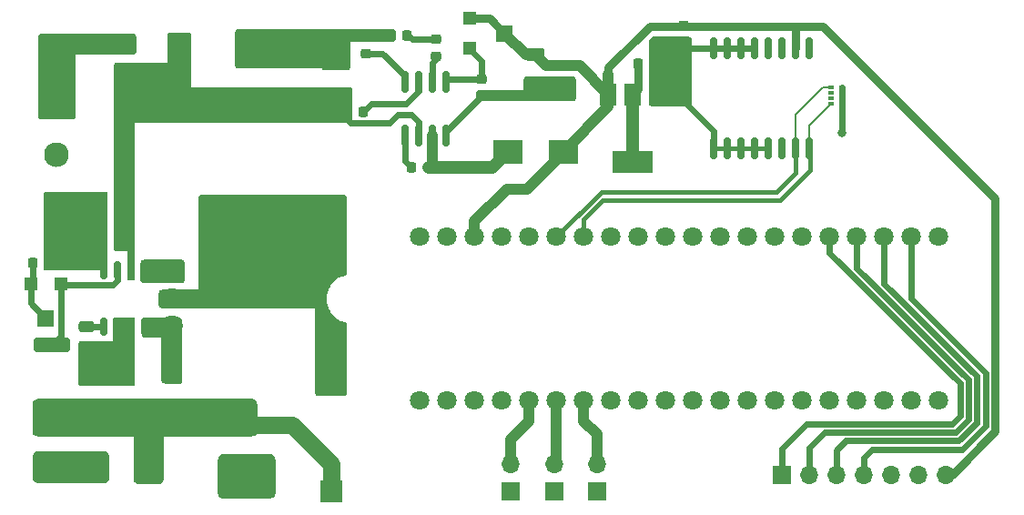
<source format=gtl>
G04 #@! TF.GenerationSoftware,KiCad,Pcbnew,(6.0.5)*
G04 #@! TF.CreationDate,2022-05-31T00:33:45+02:00*
G04 #@! TF.ProjectId,nixie_control_board,6e697869-655f-4636-9f6e-74726f6c5f62,rev?*
G04 #@! TF.SameCoordinates,Original*
G04 #@! TF.FileFunction,Copper,L1,Top*
G04 #@! TF.FilePolarity,Positive*
%FSLAX46Y46*%
G04 Gerber Fmt 4.6, Leading zero omitted, Abs format (unit mm)*
G04 Created by KiCad (PCBNEW (6.0.5)) date 2022-05-31 00:33:45*
%MOMM*%
%LPD*%
G01*
G04 APERTURE LIST*
G04 Aperture macros list*
%AMRoundRect*
0 Rectangle with rounded corners*
0 $1 Rounding radius*
0 $2 $3 $4 $5 $6 $7 $8 $9 X,Y pos of 4 corners*
0 Add a 4 corners polygon primitive as box body*
4,1,4,$2,$3,$4,$5,$6,$7,$8,$9,$2,$3,0*
0 Add four circle primitives for the rounded corners*
1,1,$1+$1,$2,$3*
1,1,$1+$1,$4,$5*
1,1,$1+$1,$6,$7*
1,1,$1+$1,$8,$9*
0 Add four rect primitives between the rounded corners*
20,1,$1+$1,$2,$3,$4,$5,0*
20,1,$1+$1,$4,$5,$6,$7,0*
20,1,$1+$1,$6,$7,$8,$9,0*
20,1,$1+$1,$8,$9,$2,$3,0*%
G04 Aperture macros list end*
G04 #@! TA.AperFunction,SMDPad,CuDef*
%ADD10R,0.500000X0.400000*%
G04 #@! TD*
G04 #@! TA.AperFunction,SMDPad,CuDef*
%ADD11R,0.500000X0.300000*%
G04 #@! TD*
G04 #@! TA.AperFunction,ComponentPad*
%ADD12C,1.800000*%
G04 #@! TD*
G04 #@! TA.AperFunction,SMDPad,CuDef*
%ADD13RoundRect,0.150000X-0.150000X0.875000X-0.150000X-0.875000X0.150000X-0.875000X0.150000X0.875000X0*%
G04 #@! TD*
G04 #@! TA.AperFunction,SMDPad,CuDef*
%ADD14RoundRect,0.249750X0.425250X1.425250X-0.425250X1.425250X-0.425250X-1.425250X0.425250X-1.425250X0*%
G04 #@! TD*
G04 #@! TA.AperFunction,ComponentPad*
%ADD15R,2.000000X1.905000*%
G04 #@! TD*
G04 #@! TA.AperFunction,ComponentPad*
%ADD16O,2.000000X1.905000*%
G04 #@! TD*
G04 #@! TA.AperFunction,ComponentPad*
%ADD17R,1.998980X1.998980*%
G04 #@! TD*
G04 #@! TA.AperFunction,ComponentPad*
%ADD18C,1.998980*%
G04 #@! TD*
G04 #@! TA.AperFunction,ComponentPad*
%ADD19R,1.700000X1.700000*%
G04 #@! TD*
G04 #@! TA.AperFunction,ComponentPad*
%ADD20O,1.700000X1.700000*%
G04 #@! TD*
G04 #@! TA.AperFunction,SMDPad,CuDef*
%ADD21RoundRect,0.250000X0.325000X1.100000X-0.325000X1.100000X-0.325000X-1.100000X0.325000X-1.100000X0*%
G04 #@! TD*
G04 #@! TA.AperFunction,SMDPad,CuDef*
%ADD22RoundRect,0.250000X-0.475000X0.250000X-0.475000X-0.250000X0.475000X-0.250000X0.475000X0.250000X0*%
G04 #@! TD*
G04 #@! TA.AperFunction,SMDPad,CuDef*
%ADD23RoundRect,0.250000X-0.787500X-1.025000X0.787500X-1.025000X0.787500X1.025000X-0.787500X1.025000X0*%
G04 #@! TD*
G04 #@! TA.AperFunction,SMDPad,CuDef*
%ADD24RoundRect,0.250000X-0.625000X0.375000X-0.625000X-0.375000X0.625000X-0.375000X0.625000X0.375000X0*%
G04 #@! TD*
G04 #@! TA.AperFunction,SMDPad,CuDef*
%ADD25RoundRect,0.218750X-0.256250X0.218750X-0.256250X-0.218750X0.256250X-0.218750X0.256250X0.218750X0*%
G04 #@! TD*
G04 #@! TA.AperFunction,SMDPad,CuDef*
%ADD26RoundRect,0.218750X-0.218750X-0.256250X0.218750X-0.256250X0.218750X0.256250X-0.218750X0.256250X0*%
G04 #@! TD*
G04 #@! TA.AperFunction,SMDPad,CuDef*
%ADD27R,1.200000X1.200000*%
G04 #@! TD*
G04 #@! TA.AperFunction,SMDPad,CuDef*
%ADD28R,1.600000X1.500000*%
G04 #@! TD*
G04 #@! TA.AperFunction,SMDPad,CuDef*
%ADD29R,1.500000X1.600000*%
G04 #@! TD*
G04 #@! TA.AperFunction,SMDPad,CuDef*
%ADD30R,2.700000X2.200000*%
G04 #@! TD*
G04 #@! TA.AperFunction,SMDPad,CuDef*
%ADD31RoundRect,0.150000X0.150000X-0.825000X0.150000X0.825000X-0.150000X0.825000X-0.150000X-0.825000X0*%
G04 #@! TD*
G04 #@! TA.AperFunction,SMDPad,CuDef*
%ADD32RoundRect,0.218750X0.218750X0.256250X-0.218750X0.256250X-0.218750X-0.256250X0.218750X-0.256250X0*%
G04 #@! TD*
G04 #@! TA.AperFunction,SMDPad,CuDef*
%ADD33RoundRect,0.250000X1.075000X-0.375000X1.075000X0.375000X-1.075000X0.375000X-1.075000X-0.375000X0*%
G04 #@! TD*
G04 #@! TA.AperFunction,SMDPad,CuDef*
%ADD34R,5.400000X2.900000*%
G04 #@! TD*
G04 #@! TA.AperFunction,SMDPad,CuDef*
%ADD35RoundRect,0.225000X-0.250000X0.225000X-0.250000X-0.225000X0.250000X-0.225000X0.250000X0.225000X0*%
G04 #@! TD*
G04 #@! TA.AperFunction,ComponentPad*
%ADD36R,1.600000X1.600000*%
G04 #@! TD*
G04 #@! TA.AperFunction,ComponentPad*
%ADD37C,1.600000*%
G04 #@! TD*
G04 #@! TA.AperFunction,SMDPad,CuDef*
%ADD38RoundRect,0.249750X1.425250X-0.425250X1.425250X0.425250X-1.425250X0.425250X-1.425250X-0.425250X0*%
G04 #@! TD*
G04 #@! TA.AperFunction,SMDPad,CuDef*
%ADD39RoundRect,0.250000X1.425000X-0.425000X1.425000X0.425000X-1.425000X0.425000X-1.425000X-0.425000X0*%
G04 #@! TD*
G04 #@! TA.AperFunction,SMDPad,CuDef*
%ADD40RoundRect,0.250000X0.625000X-0.375000X0.625000X0.375000X-0.625000X0.375000X-0.625000X-0.375000X0*%
G04 #@! TD*
G04 #@! TA.AperFunction,SMDPad,CuDef*
%ADD41RoundRect,0.218750X0.256250X-0.218750X0.256250X0.218750X-0.256250X0.218750X-0.256250X-0.218750X0*%
G04 #@! TD*
G04 #@! TA.AperFunction,SMDPad,CuDef*
%ADD42RoundRect,0.250000X0.250000X0.475000X-0.250000X0.475000X-0.250000X-0.475000X0.250000X-0.475000X0*%
G04 #@! TD*
G04 #@! TA.AperFunction,SMDPad,CuDef*
%ADD43R,1.500000X2.000000*%
G04 #@! TD*
G04 #@! TA.AperFunction,SMDPad,CuDef*
%ADD44R,3.800000X2.000000*%
G04 #@! TD*
G04 #@! TA.AperFunction,ComponentPad*
%ADD45C,2.300000*%
G04 #@! TD*
G04 #@! TA.AperFunction,SMDPad,CuDef*
%ADD46RoundRect,0.150000X-0.150000X0.675000X-0.150000X-0.675000X0.150000X-0.675000X0.150000X0.675000X0*%
G04 #@! TD*
G04 #@! TA.AperFunction,ViaPad*
%ADD47C,0.800000*%
G04 #@! TD*
G04 #@! TA.AperFunction,Conductor*
%ADD48C,0.200000*%
G04 #@! TD*
G04 #@! TA.AperFunction,Conductor*
%ADD49C,1.000000*%
G04 #@! TD*
G04 #@! TA.AperFunction,Conductor*
%ADD50C,0.600000*%
G04 #@! TD*
G04 #@! TA.AperFunction,Conductor*
%ADD51C,0.400000*%
G04 #@! TD*
G04 #@! TA.AperFunction,Conductor*
%ADD52C,1.600000*%
G04 #@! TD*
G04 #@! TA.AperFunction,Conductor*
%ADD53C,0.800000*%
G04 #@! TD*
G04 #@! TA.AperFunction,Conductor*
%ADD54C,1.200000*%
G04 #@! TD*
G04 APERTURE END LIST*
D10*
X186252800Y-72444400D03*
D11*
X186252800Y-71944400D03*
X186252800Y-71444400D03*
D10*
X186252800Y-70944400D03*
X185252800Y-70944400D03*
D11*
X185252800Y-71444400D03*
X185252800Y-71944400D03*
D10*
X185252800Y-72444400D03*
D12*
X195264600Y-100127400D03*
X192724600Y-100127400D03*
X190184600Y-100127400D03*
X187644600Y-100127400D03*
X185104600Y-100127400D03*
X182564600Y-100127400D03*
X180024600Y-100127400D03*
X177484600Y-100127400D03*
X174944600Y-100127400D03*
X172404600Y-100127400D03*
X169864600Y-100127400D03*
X167324600Y-100127400D03*
X164784600Y-100127400D03*
X162244600Y-100127400D03*
X159704600Y-100127400D03*
X157164600Y-100127400D03*
X154624600Y-100127400D03*
X152084600Y-100127400D03*
X149544600Y-100127400D03*
X147004600Y-100127400D03*
X147004600Y-84887400D03*
X149544600Y-84887400D03*
X152084600Y-84887400D03*
X154624600Y-84887400D03*
X157164600Y-84887400D03*
X159704600Y-84887400D03*
X162244600Y-84887400D03*
X164784600Y-84887400D03*
X167324600Y-84887400D03*
X169864600Y-84887400D03*
X172404600Y-84887400D03*
X174944600Y-84887400D03*
X177484600Y-84887400D03*
X180024600Y-84887400D03*
X182564600Y-84887400D03*
X185104600Y-84887400D03*
X187644600Y-84887400D03*
X190184600Y-84887400D03*
X192724600Y-84887400D03*
X195264600Y-84887400D03*
D13*
X183197800Y-67294400D03*
X181927800Y-67294400D03*
X180657800Y-67294400D03*
X179387800Y-67294400D03*
X178117800Y-67294400D03*
X176847800Y-67294400D03*
X175577800Y-67294400D03*
X174307800Y-67294400D03*
X174307800Y-76594400D03*
X175577800Y-76594400D03*
X176847800Y-76594400D03*
X178117800Y-76594400D03*
X179387800Y-76594400D03*
X180657800Y-76594400D03*
X181927800Y-76594400D03*
X183197800Y-76594400D03*
D14*
X123747000Y-96774600D03*
X117947000Y-96774600D03*
D15*
X123922800Y-88104400D03*
D16*
X123922800Y-90644400D03*
X123922800Y-93184400D03*
D17*
X138752800Y-108524400D03*
D18*
X138752800Y-98364400D03*
D19*
X155467200Y-108526600D03*
D20*
X155467200Y-105986600D03*
D19*
X180677200Y-107001600D03*
D20*
X183217200Y-107001600D03*
X185757200Y-107001600D03*
X188297200Y-107001600D03*
X190837200Y-107001600D03*
X193377200Y-107001600D03*
X195917200Y-107001600D03*
D21*
X119277800Y-82444400D03*
X116327800Y-82444400D03*
D22*
X116002800Y-93244400D03*
X116002800Y-95144400D03*
D23*
X124604700Y-67251600D03*
X130829700Y-67251600D03*
D24*
X111990700Y-102686800D03*
X111990700Y-105486800D03*
D25*
X160752800Y-68964100D03*
X160752800Y-70539100D03*
D26*
X167252800Y-68750650D03*
X168827800Y-68750650D03*
D27*
X113602800Y-89211000D03*
D28*
X112202800Y-92451000D03*
D27*
X110802800Y-89211000D03*
X151632800Y-64544400D03*
D29*
X154872800Y-65944400D03*
D27*
X151632800Y-67344400D03*
D25*
X148467200Y-66506900D03*
X148467200Y-68081900D03*
D26*
X144179700Y-66094400D03*
X145754700Y-66094400D03*
D30*
X155202800Y-76944400D03*
X160302800Y-76944400D03*
D31*
X145597800Y-75419400D03*
X146867800Y-75419400D03*
X148137800Y-75419400D03*
X149407800Y-75419400D03*
X149407800Y-70469400D03*
X148137800Y-70469400D03*
X146867800Y-70469400D03*
X145597800Y-70469400D03*
D32*
X147790300Y-78444400D03*
X146215300Y-78444400D03*
D33*
X139152800Y-71544400D03*
X139152800Y-68744400D03*
D34*
X129202800Y-82544400D03*
X129202800Y-72644400D03*
D35*
X171502800Y-65226600D03*
X171502800Y-66776600D03*
D36*
X130752800Y-102341749D03*
D37*
X130752800Y-106141749D03*
D26*
X110961900Y-87275000D03*
X112536900Y-87275000D03*
D38*
X112765400Y-100716000D03*
D39*
X112765400Y-94916000D03*
D25*
X141967200Y-66214100D03*
X141967200Y-67789100D03*
D40*
X157717200Y-70751600D03*
X157717200Y-67951600D03*
D41*
X152752800Y-71731900D03*
X152752800Y-70156900D03*
D32*
X141754700Y-73251600D03*
X140179700Y-73251600D03*
D42*
X119152800Y-85444400D03*
X117252800Y-85444400D03*
D43*
X169090300Y-71600650D03*
X166790300Y-71600650D03*
X164490300Y-71600650D03*
D44*
X166790300Y-77900650D03*
D45*
X116752800Y-106444400D03*
X121752800Y-106444400D03*
D19*
X163467200Y-108526600D03*
D20*
X163467200Y-105986600D03*
D45*
X113202800Y-77194400D03*
X113202800Y-72194400D03*
D46*
X121407800Y-88019400D03*
X120137800Y-88019400D03*
X118867800Y-88019400D03*
X117597800Y-88019400D03*
X117597800Y-93269400D03*
X118867800Y-93269400D03*
X120137800Y-93269400D03*
X121407800Y-93269400D03*
D19*
X119552800Y-66969400D03*
D20*
X119552800Y-69509400D03*
D19*
X159467200Y-108526600D03*
D20*
X159467200Y-105986600D03*
D47*
X136102800Y-68094400D03*
X113202800Y-84694400D03*
X116302800Y-96694400D03*
X170402800Y-68194400D03*
X171102800Y-70394400D03*
X114802800Y-105594400D03*
X113602800Y-106894400D03*
X113202800Y-81694400D03*
X132202800Y-108094400D03*
X130802800Y-108094400D03*
X133802800Y-66394400D03*
X116302800Y-97794400D03*
X159402800Y-71094400D03*
X115402800Y-86994400D03*
X119402800Y-96594400D03*
X119402800Y-95394400D03*
X119402800Y-97794400D03*
X129502800Y-108094400D03*
X186252800Y-75194400D03*
X166790300Y-77900650D03*
D48*
X181927800Y-76594400D02*
X181927800Y-73469400D01*
X181927800Y-73469400D02*
X184452800Y-70944400D01*
X184452800Y-70944400D02*
X185252800Y-70944400D01*
D49*
X152084600Y-84887400D02*
X152084600Y-83412600D01*
X152084600Y-83412600D02*
X155052800Y-80444400D01*
X155052800Y-80444400D02*
X156952800Y-80444400D01*
X156952800Y-80444400D02*
X160302800Y-77094400D01*
X160302800Y-77094400D02*
X160302800Y-76944400D01*
D50*
X146867800Y-70469400D02*
X146867800Y-71329400D01*
X146867800Y-71329400D02*
X145695600Y-72501600D01*
X145695600Y-72501600D02*
X142504700Y-72501600D01*
X142504700Y-72501600D02*
X141754700Y-73251600D01*
X146867800Y-75419400D02*
X146867800Y-74152200D01*
X146867800Y-74152200D02*
X146217200Y-73501600D01*
X144171080Y-74226120D02*
X140534520Y-74226120D01*
X146217200Y-73501600D02*
X144895600Y-73501600D01*
X144895600Y-73501600D02*
X144171080Y-74226120D01*
X140534520Y-74226120D02*
X140179700Y-73871300D01*
X140179700Y-73871300D02*
X140179700Y-73251600D01*
X117597800Y-93269400D02*
X116027800Y-93269400D01*
X116027800Y-93269400D02*
X116002800Y-93244400D01*
X110802800Y-89211000D02*
X110802800Y-91051000D01*
X110802800Y-91051000D02*
X112202800Y-92451000D01*
X110961900Y-87275000D02*
X110961900Y-89051900D01*
X110961900Y-89051900D02*
X110802800Y-89211000D01*
X113602800Y-89211000D02*
X113602800Y-94078600D01*
X113602800Y-94078600D02*
X112765400Y-94916000D01*
X113602800Y-89211000D02*
X113735720Y-89343920D01*
X113735720Y-89343920D02*
X118453280Y-89343920D01*
X118453280Y-89343920D02*
X118867800Y-88929400D01*
X118867800Y-88929400D02*
X118867800Y-88019400D01*
D51*
X110961900Y-89112300D02*
X111060600Y-89211000D01*
D50*
X152752800Y-70156900D02*
X152752800Y-68544400D01*
X152752800Y-68544400D02*
X151632800Y-67424400D01*
X151632800Y-67424400D02*
X151632800Y-67344400D01*
X148137800Y-70469400D02*
X148137800Y-68659400D01*
X148137800Y-68659400D02*
X148467200Y-68330000D01*
X148467200Y-68330000D02*
X148467200Y-68081900D01*
D52*
X138752800Y-108524400D02*
X138752800Y-105994400D01*
X138752800Y-105994400D02*
X135100149Y-102341749D01*
X135100149Y-102341749D02*
X130752800Y-102341749D01*
D53*
X153472800Y-64544400D02*
X151632800Y-64544400D01*
X200515280Y-81299680D02*
X200515280Y-102953520D01*
D49*
X156880000Y-67951600D02*
X154872800Y-65944400D01*
D53*
X181967200Y-65251600D02*
X184467200Y-65251600D01*
D49*
X158729700Y-68964100D02*
X157717200Y-67951600D01*
D53*
X164490300Y-69137127D02*
X164490300Y-69800650D01*
D49*
X161853750Y-68964100D02*
X160752800Y-68964100D01*
X157717200Y-67951600D02*
X156880000Y-67951600D01*
X164490300Y-71600650D02*
X161853750Y-68964100D01*
X160752800Y-68964100D02*
X158729700Y-68964100D01*
D53*
X168375827Y-65251600D02*
X164490300Y-69137127D01*
X181967200Y-65251600D02*
X178967200Y-65251600D01*
X154872800Y-65944400D02*
X153472800Y-64544400D01*
D49*
X164490300Y-72756900D02*
X160302800Y-76944400D01*
D53*
X196467200Y-107001600D02*
X195917200Y-107001600D01*
X200515280Y-102953520D02*
X196467200Y-107001600D01*
D49*
X164490300Y-71600650D02*
X164490300Y-72756900D01*
D53*
X181927800Y-65291000D02*
X181967200Y-65251600D01*
X181927800Y-67294400D02*
X181927800Y-65291000D01*
X179745600Y-65251600D02*
X168375827Y-65251600D01*
X184467200Y-65251600D02*
X200515280Y-81299680D01*
D49*
X164490300Y-69800650D02*
X164490300Y-71600650D01*
D50*
X149407800Y-75076900D02*
X152752800Y-71731900D01*
D51*
X179387800Y-76594400D02*
X174307800Y-76594400D01*
D50*
X178117800Y-67294400D02*
X171652800Y-67294400D01*
X174307800Y-74999400D02*
X171252800Y-71944400D01*
X174307800Y-76594400D02*
X174307800Y-74999400D01*
X149407800Y-75419400D02*
X149407800Y-75076900D01*
D51*
X180502800Y-81444400D02*
X183252800Y-78694400D01*
D48*
X185252800Y-72444400D02*
X185252800Y-72466000D01*
D51*
X164024400Y-81444400D02*
X180502800Y-81444400D01*
D48*
X183197800Y-76594400D02*
X183197800Y-76985117D01*
X183197800Y-76203683D02*
X183197800Y-76594400D01*
X183197800Y-74521000D02*
X183197800Y-76594400D01*
X183152800Y-76594400D02*
X183002800Y-76444400D01*
D51*
X162244600Y-83224200D02*
X164024400Y-81444400D01*
X183252800Y-78694400D02*
X183252800Y-76649400D01*
X183252800Y-76649400D02*
X183197800Y-76594400D01*
X162244600Y-84887400D02*
X162244600Y-83224200D01*
D48*
X185252800Y-72466000D02*
X183197800Y-74521000D01*
X183197800Y-76594400D02*
X183152800Y-76594400D01*
D51*
X181927800Y-78947969D02*
X180181369Y-80694400D01*
X180181369Y-80694400D02*
X163897600Y-80694400D01*
D48*
X181927800Y-76985117D02*
X181927800Y-76594400D01*
D51*
X181927800Y-76594400D02*
X181927800Y-78947969D01*
X163897600Y-80694400D02*
X159704600Y-84887400D01*
D49*
X162244600Y-100127400D02*
X162244600Y-102029000D01*
X163467200Y-103251600D02*
X163467200Y-105986600D01*
X162244600Y-102029000D02*
X163467200Y-103251600D01*
X159704600Y-100127400D02*
X159704600Y-105749200D01*
X159704600Y-105749200D02*
X159467200Y-105986600D01*
X157164600Y-102054200D02*
X155467200Y-103751600D01*
X155467200Y-103751600D02*
X155467200Y-105986600D01*
X157164600Y-100127400D02*
X157164600Y-102054200D01*
D50*
X186618160Y-103850640D02*
X185717200Y-104751600D01*
X185757200Y-104791600D02*
X185757200Y-107001600D01*
X190184600Y-84887400D02*
X190184600Y-89207616D01*
X197129544Y-103850640D02*
X186618160Y-103850640D01*
X185717200Y-104751600D02*
X185757200Y-104791600D01*
X198816240Y-97839256D02*
X198816240Y-102163944D01*
X190184600Y-89207616D02*
X198816240Y-97839256D01*
X198816240Y-102163944D02*
X197129544Y-103850640D01*
X197460716Y-104650160D02*
X189068640Y-104650160D01*
X192724600Y-84887400D02*
X192724600Y-90616924D01*
X199615760Y-97508084D02*
X199615760Y-102495116D01*
X188297200Y-105421600D02*
X188297200Y-107001600D01*
X192724600Y-90616924D02*
X199615760Y-97508084D01*
X199615760Y-102495116D02*
X197460716Y-104650160D01*
X189068640Y-104650160D02*
X188297200Y-105421600D01*
X197217200Y-101501600D02*
X196467200Y-102251600D01*
X196467200Y-102251600D02*
X182967200Y-102251600D01*
X185104600Y-86389000D02*
X197217200Y-98501600D01*
X197217200Y-98501600D02*
X197217200Y-101501600D01*
X182967200Y-102251600D02*
X180677200Y-104541600D01*
X180677200Y-104541600D02*
X180677200Y-107001600D01*
X185104600Y-84887400D02*
X185104600Y-86389000D01*
X187644600Y-87798308D02*
X198016720Y-98170428D01*
X183217200Y-104501600D02*
X183217200Y-107001600D01*
X198016720Y-101832772D02*
X196798372Y-103051120D01*
X198016720Y-98170428D02*
X198016720Y-101832772D01*
X187644600Y-84887400D02*
X187644600Y-87798308D01*
X184667680Y-103051120D02*
X183217200Y-104501600D01*
X196798372Y-103051120D02*
X184667680Y-103051120D01*
X186252800Y-75194400D02*
X186252800Y-70944400D01*
D53*
X167252800Y-68750650D02*
X167252800Y-71138150D01*
D54*
X166790300Y-71600650D02*
X166790300Y-77900650D01*
D50*
X141967200Y-67789100D02*
X141967200Y-67751600D01*
X145597800Y-70469400D02*
X145597800Y-69882200D01*
X145597800Y-69882200D02*
X143504700Y-67789100D01*
X143504700Y-67789100D02*
X141967200Y-67789100D01*
X145597800Y-77826900D02*
X146215300Y-78444400D01*
X145597800Y-75419400D02*
X145597800Y-77826900D01*
D49*
X148137800Y-78096900D02*
X147790300Y-78444400D01*
X148137800Y-75419400D02*
X148137800Y-78096900D01*
D54*
X153702800Y-78444400D02*
X155202800Y-76944400D01*
X147790300Y-78444400D02*
X153702800Y-78444400D01*
D50*
X146260000Y-66506900D02*
X145754700Y-66001600D01*
X145754700Y-66001600D02*
X145717200Y-66001600D01*
X148467200Y-66506900D02*
X146260000Y-66506900D01*
X149436550Y-70194400D02*
X152469050Y-70194400D01*
D53*
X112765400Y-94916000D02*
X112512800Y-94916000D01*
G04 #@! TA.AperFunction,Conductor*
G36*
X131365879Y-99944801D02*
G01*
X131454524Y-99956422D01*
X131492596Y-99961413D01*
X131496127Y-99962357D01*
X131613376Y-100010859D01*
X131616539Y-100012684D01*
X131650184Y-100038481D01*
X131717226Y-100089883D01*
X131719812Y-100092467D01*
X131797081Y-100193101D01*
X131798910Y-100196266D01*
X131847492Y-100313478D01*
X131848439Y-100317010D01*
X131865139Y-100443717D01*
X131865259Y-100445544D01*
X131865529Y-102931022D01*
X131865409Y-102932848D01*
X131863649Y-102946232D01*
X131848744Y-103059526D01*
X131847799Y-103063057D01*
X131799264Y-103180257D01*
X131797437Y-103183422D01*
X131720223Y-103284064D01*
X131717638Y-103286649D01*
X131617005Y-103363874D01*
X131613841Y-103365701D01*
X131496646Y-103414248D01*
X131493120Y-103415192D01*
X131398940Y-103427592D01*
X131366439Y-103431871D01*
X131364612Y-103431991D01*
X130692986Y-103431990D01*
X127452806Y-103431986D01*
X123186799Y-103431980D01*
X123187382Y-103932563D01*
X123191363Y-107351398D01*
X123191368Y-107355980D01*
X123191250Y-107357812D01*
X123174636Y-107484823D01*
X123173689Y-107488362D01*
X123125048Y-107605848D01*
X123123218Y-107609018D01*
X123054940Y-107697907D01*
X123045753Y-107709867D01*
X123043160Y-107712456D01*
X122942186Y-107789749D01*
X122939010Y-107791576D01*
X122821441Y-107840021D01*
X122817900Y-107840962D01*
X122690862Y-107857364D01*
X122689029Y-107857479D01*
X121863472Y-107855137D01*
X120852671Y-107852269D01*
X120850861Y-107852144D01*
X120763722Y-107840443D01*
X120724468Y-107835171D01*
X120720946Y-107834219D01*
X120674714Y-107814956D01*
X120604076Y-107785522D01*
X120600926Y-107783696D01*
X120500603Y-107706457D01*
X120498028Y-107703874D01*
X120421072Y-107603350D01*
X120419250Y-107600189D01*
X120410141Y-107578160D01*
X120370873Y-107483188D01*
X120369931Y-107479666D01*
X120353304Y-107353222D01*
X120353185Y-107351398D01*
X120352849Y-103944827D01*
X120352849Y-103944367D01*
X120352800Y-103444362D01*
X115555417Y-103444879D01*
X111453768Y-103445321D01*
X111451943Y-103445201D01*
X111325264Y-103428537D01*
X111321734Y-103427592D01*
X111204531Y-103379056D01*
X111201366Y-103377228D01*
X111100730Y-103300017D01*
X111098145Y-103297433D01*
X111020917Y-103196798D01*
X111019090Y-103193633D01*
X111014860Y-103183422D01*
X110970543Y-103076439D01*
X110969598Y-103072911D01*
X110952920Y-102946232D01*
X110952800Y-102944405D01*
X110952800Y-100457217D01*
X110952920Y-100455390D01*
X110954216Y-100445544D01*
X110969585Y-100328765D01*
X110970529Y-100325239D01*
X110973936Y-100317010D01*
X111019035Y-100208087D01*
X111020860Y-100204925D01*
X111028806Y-100194565D01*
X111098023Y-100104313D01*
X111100606Y-100101729D01*
X111139082Y-100072184D01*
X111201173Y-100024507D01*
X111204330Y-100022683D01*
X111321458Y-99974106D01*
X111324980Y-99973161D01*
X111451598Y-99956422D01*
X111453417Y-99956301D01*
X117746051Y-99952629D01*
X131364051Y-99944682D01*
X131365879Y-99944801D01*
G37*
G04 #@! TD.AperFunction*
G04 #@! TA.AperFunction,Conductor*
G36*
X122734330Y-86994476D02*
G01*
X124801425Y-86994566D01*
X124804156Y-86994835D01*
X124914875Y-87016863D01*
X124919921Y-87018954D01*
X125012610Y-87080890D01*
X125016473Y-87084752D01*
X125078410Y-87177451D01*
X125080498Y-87182492D01*
X125100289Y-87281987D01*
X125102522Y-87293212D01*
X125102791Y-87295943D01*
X125102798Y-88879676D01*
X125102530Y-88882401D01*
X125080604Y-88992886D01*
X125078523Y-88997924D01*
X125016843Y-89090500D01*
X125012996Y-89094360D01*
X124920642Y-89156363D01*
X124915612Y-89158463D01*
X124873820Y-89166910D01*
X124805198Y-89180779D01*
X124802477Y-89181056D01*
X122994499Y-89187405D01*
X121305232Y-89193338D01*
X121302494Y-89193077D01*
X121191464Y-89171346D01*
X121186401Y-89169265D01*
X121093363Y-89107394D01*
X121089485Y-89103529D01*
X121082303Y-89092811D01*
X121027289Y-89010712D01*
X121025191Y-89005660D01*
X121003068Y-88894700D01*
X121002798Y-88891963D01*
X121002791Y-87295794D01*
X121003060Y-87293063D01*
X121025084Y-87182337D01*
X121027175Y-87177290D01*
X121089115Y-87084594D01*
X121092977Y-87080731D01*
X121185679Y-87018793D01*
X121190726Y-87016703D01*
X121301451Y-86994682D01*
X121304182Y-86994413D01*
X122734330Y-86994476D01*
G37*
G04 #@! TD.AperFunction*
G04 #@! TA.AperFunction,Conductor*
G36*
X124604153Y-92344669D02*
G01*
X124714874Y-92366693D01*
X124719919Y-92368782D01*
X124812616Y-92430721D01*
X124816479Y-92434584D01*
X124878418Y-92527281D01*
X124880508Y-92532328D01*
X124902531Y-92643048D01*
X124902800Y-92645779D01*
X124902800Y-98245425D01*
X124902524Y-98248189D01*
X124879970Y-98360179D01*
X124877831Y-98365276D01*
X124814482Y-98458632D01*
X124810537Y-98462503D01*
X124715987Y-98524061D01*
X124710851Y-98526102D01*
X124598444Y-98546515D01*
X124595676Y-98546737D01*
X123248437Y-98521021D01*
X123245744Y-98520707D01*
X123225639Y-98516358D01*
X123136727Y-98497123D01*
X123131772Y-98494988D01*
X123082147Y-98460966D01*
X123040921Y-98432703D01*
X123037141Y-98428850D01*
X122993785Y-98362945D01*
X122976603Y-98336828D01*
X122974562Y-98331833D01*
X122953063Y-98222389D01*
X122952800Y-98219690D01*
X122952800Y-94244400D01*
X121454179Y-94244400D01*
X121451448Y-94244131D01*
X121433629Y-94240587D01*
X121340726Y-94222107D01*
X121335681Y-94220018D01*
X121242984Y-94158079D01*
X121239121Y-94154216D01*
X121177182Y-94061519D01*
X121175092Y-94056472D01*
X121153069Y-93945752D01*
X121152800Y-93943021D01*
X121152800Y-92645779D01*
X121153069Y-92643048D01*
X121175092Y-92532328D01*
X121177182Y-92527281D01*
X121239121Y-92434584D01*
X121242984Y-92430721D01*
X121335681Y-92368782D01*
X121340726Y-92366693D01*
X121451447Y-92344669D01*
X121454179Y-92344400D01*
X124601421Y-92344400D01*
X124604153Y-92344669D01*
G37*
G04 #@! TD.AperFunction*
G04 #@! TA.AperFunction,Conductor*
G36*
X139892258Y-80911439D02*
G01*
X139958230Y-80924417D01*
X140003233Y-80933271D01*
X140008292Y-80935357D01*
X140101242Y-80997279D01*
X140105116Y-81001145D01*
X140167226Y-81093970D01*
X140169321Y-81099025D01*
X140191376Y-81209949D01*
X140191645Y-81212685D01*
X140188459Y-88416766D01*
X140184354Y-88426664D01*
X140177191Y-88430491D01*
X139999078Y-88465919D01*
X139998648Y-88466065D01*
X139998644Y-88466066D01*
X139737556Y-88554694D01*
X139719723Y-88560748D01*
X139455136Y-88691228D01*
X139209843Y-88855127D01*
X138988042Y-89049642D01*
X138793527Y-89271443D01*
X138793274Y-89271822D01*
X138793273Y-89271823D01*
X138631423Y-89514050D01*
X138629628Y-89516736D01*
X138499148Y-89781323D01*
X138404319Y-90060678D01*
X138346766Y-90350020D01*
X138327471Y-90644400D01*
X138346766Y-90938780D01*
X138404319Y-91228122D01*
X138499148Y-91507477D01*
X138629628Y-91772064D01*
X138793527Y-92017357D01*
X138988042Y-92239158D01*
X139209843Y-92433673D01*
X139210222Y-92433926D01*
X139210223Y-92433927D01*
X139438924Y-92586740D01*
X139455135Y-92597572D01*
X139719723Y-92728052D01*
X139720162Y-92728201D01*
X139998644Y-92822734D01*
X139998648Y-92822735D01*
X139999078Y-92822881D01*
X140175221Y-92857918D01*
X140184130Y-92863870D01*
X140186489Y-92871654D01*
X140183606Y-99391805D01*
X140183336Y-99394535D01*
X140161289Y-99505183D01*
X140159200Y-99510224D01*
X140097290Y-99602862D01*
X140093431Y-99606721D01*
X140000800Y-99668637D01*
X139995759Y-99670727D01*
X139885109Y-99692782D01*
X139882382Y-99693052D01*
X137981103Y-99694026D01*
X137763884Y-99694138D01*
X137554332Y-99694245D01*
X137551600Y-99693977D01*
X137440834Y-99671996D01*
X137435785Y-99669907D01*
X137433882Y-99668636D01*
X137343039Y-99607980D01*
X137339174Y-99604117D01*
X137330411Y-99591008D01*
X137277198Y-99511401D01*
X137275108Y-99506359D01*
X137253069Y-99395598D01*
X137252800Y-99392866D01*
X137252800Y-91494400D01*
X123004159Y-91494400D01*
X123001428Y-91494131D01*
X122890712Y-91472109D01*
X122885665Y-91470019D01*
X122792969Y-91408085D01*
X122789107Y-91404222D01*
X122727170Y-91311535D01*
X122725079Y-91306489D01*
X122703049Y-91195771D01*
X122702780Y-91193040D01*
X122702708Y-90095969D01*
X122702977Y-90093237D01*
X122709540Y-90060244D01*
X122725012Y-89982470D01*
X122727102Y-89977426D01*
X122789081Y-89884701D01*
X122792946Y-89880838D01*
X122885699Y-89818906D01*
X122890748Y-89816817D01*
X123001523Y-89794839D01*
X123004256Y-89794571D01*
X124168273Y-89795231D01*
X124603147Y-89795478D01*
X124861594Y-89795625D01*
X126101834Y-89796328D01*
X126102523Y-89796328D01*
X126402688Y-89796498D01*
X126402698Y-89049975D01*
X126402796Y-81245036D01*
X126403064Y-81242309D01*
X126425021Y-81131752D01*
X126427105Y-81126712D01*
X126447394Y-81096288D01*
X126488861Y-81034104D01*
X126492713Y-81030242D01*
X126585172Y-80968258D01*
X126590207Y-80966162D01*
X126700707Y-80943935D01*
X126703434Y-80943660D01*
X130170244Y-80935119D01*
X133683488Y-80926465D01*
X139889529Y-80911176D01*
X139892258Y-80911439D01*
G37*
G04 #@! TD.AperFunction*
G04 #@! TA.AperFunction,Conductor*
G36*
X120304153Y-65944669D02*
G01*
X120414874Y-65966693D01*
X120419919Y-65968782D01*
X120512616Y-66030721D01*
X120516479Y-66034584D01*
X120578418Y-66127281D01*
X120580508Y-66132328D01*
X120602531Y-66243048D01*
X120602800Y-66245779D01*
X120602800Y-67643086D01*
X120602531Y-67645817D01*
X120580513Y-67756524D01*
X120578423Y-67761570D01*
X120516502Y-67854257D01*
X120512642Y-67858119D01*
X120419961Y-67920064D01*
X120414917Y-67922153D01*
X120304219Y-67944194D01*
X120301488Y-67944464D01*
X116936112Y-67945179D01*
X115252736Y-67945536D01*
X115252735Y-67945536D01*
X114952800Y-67945600D01*
X114952800Y-73643629D01*
X114952532Y-73646357D01*
X114930563Y-73756947D01*
X114928477Y-73761988D01*
X114866691Y-73854610D01*
X114862838Y-73858472D01*
X114770334Y-73920451D01*
X114765302Y-73922544D01*
X114681940Y-73939280D01*
X114654760Y-73944737D01*
X114652034Y-73945011D01*
X113206558Y-73947944D01*
X111804790Y-73950789D01*
X111802055Y-73950525D01*
X111732345Y-73936788D01*
X111691150Y-73928670D01*
X111686095Y-73926584D01*
X111679212Y-73921997D01*
X111593205Y-73864687D01*
X111589333Y-73860824D01*
X111527244Y-73768054D01*
X111525149Y-73763002D01*
X111503070Y-73652149D01*
X111502800Y-73649414D01*
X111502800Y-66245779D01*
X111503069Y-66243048D01*
X111525092Y-66132328D01*
X111527182Y-66127281D01*
X111589121Y-66034584D01*
X111592984Y-66030721D01*
X111685681Y-65968782D01*
X111690726Y-65966693D01*
X111801447Y-65944669D01*
X111804179Y-65944400D01*
X120301421Y-65944400D01*
X120304153Y-65944669D01*
G37*
G04 #@! TD.AperFunction*
G04 #@! TA.AperFunction,Conductor*
G36*
X125644921Y-65914402D02*
G01*
X125691414Y-65968058D01*
X125702800Y-66020400D01*
X125702800Y-70994400D01*
X140576800Y-70994400D01*
X140644921Y-71014402D01*
X140691414Y-71068058D01*
X140702800Y-71120400D01*
X140702800Y-74168400D01*
X140682798Y-74236521D01*
X140629142Y-74283014D01*
X140576800Y-74294400D01*
X120502524Y-74294400D01*
X120502524Y-74307947D01*
X120502768Y-87215512D01*
X120501404Y-87234000D01*
X120500225Y-87241947D01*
X120500219Y-87241992D01*
X120499994Y-87243512D01*
X120499725Y-87246243D01*
X120497291Y-87295796D01*
X120497291Y-87297348D01*
X120497297Y-88768399D01*
X120477295Y-88836520D01*
X120423640Y-88883013D01*
X120371297Y-88894400D01*
X119928800Y-88894400D01*
X119860679Y-88874398D01*
X119814186Y-88820742D01*
X119802800Y-88768400D01*
X119802800Y-86194400D01*
X118678800Y-86194400D01*
X118610679Y-86174398D01*
X118564186Y-86120742D01*
X118552800Y-86068400D01*
X118552800Y-68820400D01*
X118572802Y-68752279D01*
X118626458Y-68705786D01*
X118678800Y-68694400D01*
X123502800Y-68694400D01*
X123502800Y-66020400D01*
X123522802Y-65952279D01*
X123576458Y-65905786D01*
X123628800Y-65894400D01*
X125576800Y-65894400D01*
X125644921Y-65914402D01*
G37*
G04 #@! TD.AperFunction*
G04 #@! TA.AperFunction,Conductor*
G36*
X158520491Y-69944942D02*
G01*
X158550932Y-69953671D01*
X158550935Y-69953671D01*
X158551613Y-69953866D01*
X158573958Y-69955585D01*
X158587531Y-69956630D01*
X158589320Y-69956885D01*
X158605396Y-69960243D01*
X158624580Y-69964251D01*
X158625112Y-69964279D01*
X158625113Y-69964279D01*
X158626179Y-69964335D01*
X158631239Y-69964600D01*
X158690569Y-69964600D01*
X158691643Y-69964641D01*
X158753564Y-69969406D01*
X158753567Y-69969406D01*
X158754270Y-69969460D01*
X158791871Y-69964710D01*
X158793625Y-69964600D01*
X161302974Y-69964600D01*
X161305705Y-69964869D01*
X161314874Y-69966693D01*
X161319919Y-69968782D01*
X161412616Y-70030721D01*
X161416479Y-70034584D01*
X161478418Y-70127281D01*
X161480508Y-70132328D01*
X161502531Y-70243048D01*
X161502800Y-70245779D01*
X161502800Y-71943021D01*
X161502531Y-71945752D01*
X161480508Y-72056472D01*
X161478418Y-72061519D01*
X161416479Y-72154216D01*
X161412616Y-72158079D01*
X161319919Y-72220018D01*
X161314874Y-72222107D01*
X161221971Y-72240587D01*
X161204152Y-72244131D01*
X161201421Y-72244400D01*
X152504179Y-72244400D01*
X152501448Y-72244131D01*
X152483629Y-72240587D01*
X152390726Y-72222107D01*
X152385681Y-72220018D01*
X152292984Y-72158079D01*
X152289121Y-72154216D01*
X152227182Y-72061519D01*
X152225092Y-72056472D01*
X152203069Y-71945752D01*
X152202800Y-71943021D01*
X152202800Y-71495779D01*
X152203069Y-71493048D01*
X152225092Y-71382328D01*
X152227182Y-71377281D01*
X152289121Y-71284584D01*
X152292984Y-71280721D01*
X152385681Y-71218782D01*
X152390726Y-71216693D01*
X152501447Y-71194669D01*
X152504179Y-71194400D01*
X156652800Y-71194400D01*
X156652800Y-70245779D01*
X156653069Y-70243048D01*
X156675092Y-70132328D01*
X156677182Y-70127281D01*
X156739121Y-70034584D01*
X156742984Y-70030721D01*
X156835681Y-69968782D01*
X156840726Y-69966693D01*
X156933629Y-69948213D01*
X156951448Y-69944669D01*
X156954179Y-69944400D01*
X158516632Y-69944400D01*
X158520491Y-69944942D01*
G37*
G04 #@! TD.AperFunction*
G04 #@! TA.AperFunction,Conductor*
G36*
X117894921Y-80714402D02*
G01*
X117941414Y-80768058D01*
X117952800Y-80820400D01*
X117952800Y-87868400D01*
X117932798Y-87936521D01*
X117879142Y-87983014D01*
X117826800Y-87994400D01*
X112128800Y-87994400D01*
X112060679Y-87974398D01*
X112014186Y-87920742D01*
X112002800Y-87868400D01*
X112002800Y-80820400D01*
X112022802Y-80752279D01*
X112076458Y-80705786D01*
X112128800Y-80694400D01*
X117826800Y-80694400D01*
X117894921Y-80714402D01*
G37*
G04 #@! TD.AperFunction*
G04 #@! TA.AperFunction,Conductor*
G36*
X133053712Y-105094520D02*
G01*
X133180385Y-105111197D01*
X133183910Y-105112141D01*
X133301096Y-105160681D01*
X133304261Y-105162508D01*
X133404891Y-105239725D01*
X133407475Y-105242309D01*
X133484692Y-105342939D01*
X133486519Y-105346104D01*
X133535058Y-105463287D01*
X133536004Y-105466818D01*
X133552680Y-105593489D01*
X133552800Y-105595316D01*
X133552800Y-108695265D01*
X133552681Y-108697088D01*
X133536079Y-108823482D01*
X133535137Y-108827005D01*
X133486813Y-108943965D01*
X133484994Y-108947125D01*
X133473442Y-108962227D01*
X133408101Y-109047644D01*
X133405527Y-109050227D01*
X133305287Y-109127475D01*
X133302133Y-109129306D01*
X133185342Y-109178050D01*
X133181823Y-109179004D01*
X133055494Y-109196056D01*
X133053671Y-109196182D01*
X130949100Y-109203696D01*
X128705499Y-109211706D01*
X128703671Y-109211592D01*
X128576662Y-109195293D01*
X128573121Y-109194356D01*
X128514329Y-109170188D01*
X128455536Y-109146019D01*
X128452367Y-109144199D01*
X128351344Y-109067016D01*
X128348751Y-109064431D01*
X128271213Y-108963693D01*
X128269377Y-108960523D01*
X128263814Y-108947125D01*
X128220622Y-108843114D01*
X128219672Y-108839576D01*
X128202920Y-108712621D01*
X128202800Y-108710790D01*
X128202800Y-105595316D01*
X128202920Y-105593489D01*
X128219596Y-105466818D01*
X128220542Y-105463287D01*
X128269081Y-105346104D01*
X128270908Y-105342939D01*
X128348125Y-105242309D01*
X128350709Y-105239725D01*
X128451339Y-105162508D01*
X128454504Y-105160681D01*
X128571690Y-105112141D01*
X128575215Y-105111197D01*
X128701888Y-105094520D01*
X128703716Y-105094400D01*
X133051884Y-105094400D01*
X133053712Y-105094520D01*
G37*
G04 #@! TD.AperFunction*
G04 #@! TA.AperFunction,Conductor*
G36*
X171991653Y-66250919D02*
G01*
X172102374Y-66272943D01*
X172107419Y-66275032D01*
X172200116Y-66336971D01*
X172203979Y-66340834D01*
X172265918Y-66433531D01*
X172268008Y-66438578D01*
X172290031Y-66549298D01*
X172290300Y-66552029D01*
X172290300Y-72449271D01*
X172290031Y-72452002D01*
X172268008Y-72562722D01*
X172265918Y-72567769D01*
X172203979Y-72660466D01*
X172200116Y-72664329D01*
X172107419Y-72726268D01*
X172102374Y-72728357D01*
X172009471Y-72746837D01*
X171991652Y-72750381D01*
X171988921Y-72750650D01*
X168641679Y-72750650D01*
X168638948Y-72750381D01*
X168621129Y-72746837D01*
X168528226Y-72728357D01*
X168523181Y-72726268D01*
X168430484Y-72664329D01*
X168426621Y-72660466D01*
X168364682Y-72567769D01*
X168362592Y-72562722D01*
X168340569Y-72452002D01*
X168340300Y-72449271D01*
X168340300Y-66566424D01*
X168344401Y-66556525D01*
X168646175Y-66254751D01*
X168656074Y-66250650D01*
X171988921Y-66250650D01*
X171991653Y-66250919D01*
G37*
G04 #@! TD.AperFunction*
G04 #@! TA.AperFunction,Conductor*
G36*
X120432321Y-92421002D02*
G01*
X120478814Y-92474658D01*
X120490200Y-92527000D01*
X120490200Y-98579000D01*
X120470198Y-98647121D01*
X120416542Y-98693614D01*
X120364200Y-98705000D01*
X115380600Y-98705000D01*
X115312479Y-98684998D01*
X115265986Y-98631342D01*
X115254600Y-98579000D01*
X115254600Y-94714600D01*
X115274602Y-94646479D01*
X115328258Y-94599986D01*
X115380600Y-94588600D01*
X118453400Y-94588600D01*
X118453400Y-92527000D01*
X118473402Y-92458879D01*
X118527058Y-92412386D01*
X118579400Y-92401000D01*
X120364200Y-92401000D01*
X120432321Y-92421002D01*
G37*
G04 #@! TD.AperFunction*
G04 #@! TA.AperFunction,Conductor*
G36*
X144454153Y-65544669D02*
G01*
X144564874Y-65566693D01*
X144569919Y-65568782D01*
X144662616Y-65630721D01*
X144666479Y-65634584D01*
X144728418Y-65727281D01*
X144730508Y-65732328D01*
X144752531Y-65843048D01*
X144752800Y-65845779D01*
X144752800Y-66393021D01*
X144752531Y-66395752D01*
X144730508Y-66506472D01*
X144728418Y-66511519D01*
X144666479Y-66604216D01*
X144662616Y-66608079D01*
X144569919Y-66670018D01*
X144564874Y-66672107D01*
X144471971Y-66690587D01*
X144454152Y-66694131D01*
X144451421Y-66694400D01*
X140502800Y-66694400D01*
X140502800Y-68893021D01*
X140502531Y-68895752D01*
X140480508Y-69006472D01*
X140478418Y-69011519D01*
X140416479Y-69104216D01*
X140412616Y-69108079D01*
X140319919Y-69170018D01*
X140314874Y-69172107D01*
X140221971Y-69190587D01*
X140204152Y-69194131D01*
X140201421Y-69194400D01*
X130104179Y-69194400D01*
X130101448Y-69194131D01*
X130083629Y-69190587D01*
X129990726Y-69172107D01*
X129985681Y-69170018D01*
X129892984Y-69108079D01*
X129889121Y-69104216D01*
X129827182Y-69011519D01*
X129825092Y-69006472D01*
X129803069Y-68895752D01*
X129802800Y-68893021D01*
X129802800Y-65845779D01*
X129803069Y-65843048D01*
X129825092Y-65732328D01*
X129827182Y-65727281D01*
X129889121Y-65634584D01*
X129892984Y-65630721D01*
X129985681Y-65568782D01*
X129990726Y-65566693D01*
X130101447Y-65544669D01*
X130104179Y-65544400D01*
X144451421Y-65544400D01*
X144454153Y-65544669D01*
G37*
G04 #@! TD.AperFunction*
G04 #@! TA.AperFunction,Conductor*
G36*
X117603712Y-104794520D02*
G01*
X117730385Y-104811197D01*
X117733910Y-104812141D01*
X117851096Y-104860681D01*
X117854261Y-104862508D01*
X117954891Y-104939725D01*
X117957475Y-104942309D01*
X118034692Y-105042939D01*
X118036519Y-105046104D01*
X118085058Y-105163287D01*
X118086004Y-105166818D01*
X118102680Y-105293489D01*
X118102800Y-105295316D01*
X118102800Y-107293484D01*
X118102680Y-107295311D01*
X118086004Y-107421982D01*
X118085058Y-107425513D01*
X118036519Y-107542696D01*
X118034692Y-107545861D01*
X117957475Y-107646491D01*
X117954891Y-107649075D01*
X117854261Y-107726292D01*
X117851097Y-107728118D01*
X117733910Y-107776659D01*
X117730385Y-107777603D01*
X117624138Y-107791591D01*
X117603711Y-107794280D01*
X117601884Y-107794400D01*
X111503716Y-107794400D01*
X111501889Y-107794280D01*
X111481462Y-107791591D01*
X111375215Y-107777603D01*
X111371690Y-107776659D01*
X111254503Y-107728118D01*
X111251339Y-107726292D01*
X111150709Y-107649075D01*
X111148125Y-107646491D01*
X111070908Y-107545861D01*
X111069081Y-107542696D01*
X111020542Y-107425513D01*
X111019596Y-107421982D01*
X111002920Y-107295311D01*
X111002800Y-107293484D01*
X111002800Y-105295316D01*
X111002920Y-105293489D01*
X111019596Y-105166818D01*
X111020542Y-105163287D01*
X111069081Y-105046104D01*
X111070908Y-105042939D01*
X111148125Y-104942309D01*
X111150709Y-104939725D01*
X111251339Y-104862508D01*
X111254504Y-104860681D01*
X111371690Y-104812141D01*
X111375215Y-104811197D01*
X111501888Y-104794520D01*
X111503716Y-104794400D01*
X117601884Y-104794400D01*
X117603712Y-104794520D01*
G37*
G04 #@! TD.AperFunction*
M02*

</source>
